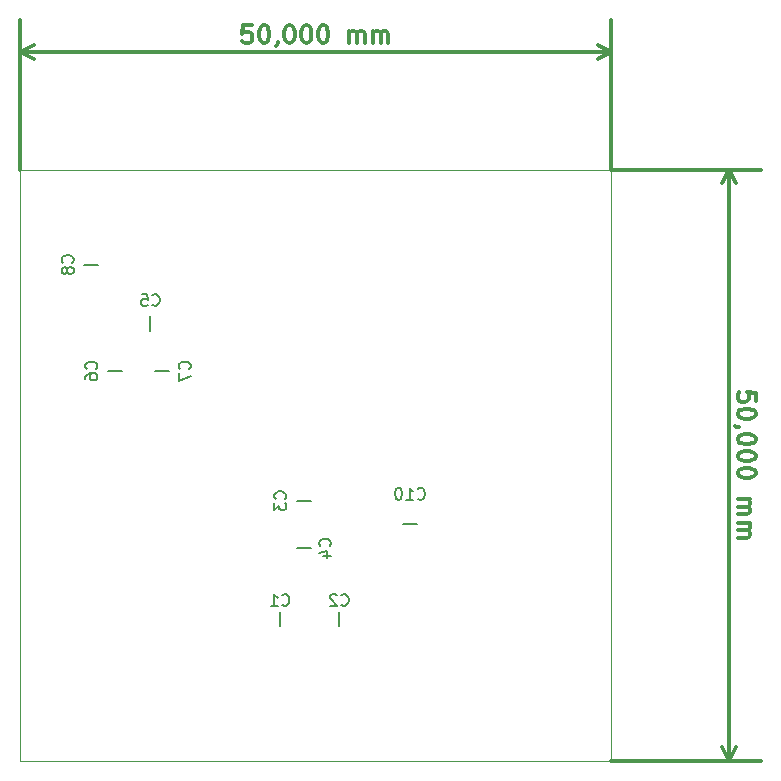
<source format=gbo>
G04 (created by PCBNEW (2013-07-07 BZR 4022)-stable) date 11/10/2013 16:08:40*
%MOIN*%
G04 Gerber Fmt 3.4, Leading zero omitted, Abs format*
%FSLAX34Y34*%
G01*
G70*
G90*
G04 APERTURE LIST*
%ADD10C,0.00590551*%
%ADD11C,0.011811*%
%ADD12C,0.00393701*%
G04 APERTURE END LIST*
G54D10*
G54D11*
X59938Y-39201D02*
X59938Y-38920D01*
X59656Y-38892D01*
X59685Y-38920D01*
X59713Y-38976D01*
X59713Y-39116D01*
X59685Y-39173D01*
X59656Y-39201D01*
X59600Y-39229D01*
X59460Y-39229D01*
X59403Y-39201D01*
X59375Y-39173D01*
X59347Y-39116D01*
X59347Y-38976D01*
X59375Y-38920D01*
X59403Y-38892D01*
X59938Y-39595D02*
X59938Y-39651D01*
X59910Y-39707D01*
X59881Y-39735D01*
X59825Y-39763D01*
X59713Y-39791D01*
X59572Y-39791D01*
X59460Y-39763D01*
X59403Y-39735D01*
X59375Y-39707D01*
X59347Y-39651D01*
X59347Y-39595D01*
X59375Y-39538D01*
X59403Y-39510D01*
X59460Y-39482D01*
X59572Y-39454D01*
X59713Y-39454D01*
X59825Y-39482D01*
X59881Y-39510D01*
X59910Y-39538D01*
X59938Y-39595D01*
X59375Y-40073D02*
X59347Y-40073D01*
X59291Y-40044D01*
X59263Y-40016D01*
X59938Y-40438D02*
X59938Y-40494D01*
X59910Y-40551D01*
X59881Y-40579D01*
X59825Y-40607D01*
X59713Y-40635D01*
X59572Y-40635D01*
X59460Y-40607D01*
X59403Y-40579D01*
X59375Y-40551D01*
X59347Y-40494D01*
X59347Y-40438D01*
X59375Y-40382D01*
X59403Y-40354D01*
X59460Y-40326D01*
X59572Y-40298D01*
X59713Y-40298D01*
X59825Y-40326D01*
X59881Y-40354D01*
X59910Y-40382D01*
X59938Y-40438D01*
X59938Y-41001D02*
X59938Y-41057D01*
X59910Y-41113D01*
X59881Y-41141D01*
X59825Y-41169D01*
X59713Y-41197D01*
X59572Y-41197D01*
X59460Y-41169D01*
X59403Y-41141D01*
X59375Y-41113D01*
X59347Y-41057D01*
X59347Y-41001D01*
X59375Y-40944D01*
X59403Y-40916D01*
X59460Y-40888D01*
X59572Y-40860D01*
X59713Y-40860D01*
X59825Y-40888D01*
X59881Y-40916D01*
X59910Y-40944D01*
X59938Y-41001D01*
X59938Y-41563D02*
X59938Y-41619D01*
X59910Y-41676D01*
X59881Y-41704D01*
X59825Y-41732D01*
X59713Y-41760D01*
X59572Y-41760D01*
X59460Y-41732D01*
X59403Y-41704D01*
X59375Y-41676D01*
X59347Y-41619D01*
X59347Y-41563D01*
X59375Y-41507D01*
X59403Y-41479D01*
X59460Y-41451D01*
X59572Y-41422D01*
X59713Y-41422D01*
X59825Y-41451D01*
X59881Y-41479D01*
X59910Y-41507D01*
X59938Y-41563D01*
X59347Y-42463D02*
X59741Y-42463D01*
X59685Y-42463D02*
X59713Y-42491D01*
X59741Y-42547D01*
X59741Y-42632D01*
X59713Y-42688D01*
X59656Y-42716D01*
X59347Y-42716D01*
X59656Y-42716D02*
X59713Y-42744D01*
X59741Y-42800D01*
X59741Y-42885D01*
X59713Y-42941D01*
X59656Y-42969D01*
X59347Y-42969D01*
X59347Y-43250D02*
X59741Y-43250D01*
X59685Y-43250D02*
X59713Y-43278D01*
X59741Y-43335D01*
X59741Y-43419D01*
X59713Y-43475D01*
X59656Y-43503D01*
X59347Y-43503D01*
X59656Y-43503D02*
X59713Y-43532D01*
X59741Y-43588D01*
X59741Y-43672D01*
X59713Y-43728D01*
X59656Y-43757D01*
X59347Y-43757D01*
X59055Y-31496D02*
X59055Y-51181D01*
X55118Y-31496D02*
X60118Y-31496D01*
X55118Y-51181D02*
X60118Y-51181D01*
X59055Y-51181D02*
X58824Y-50737D01*
X59055Y-51181D02*
X59285Y-50737D01*
X59055Y-31496D02*
X58824Y-31939D01*
X59055Y-31496D02*
X59285Y-31939D01*
X43138Y-26676D02*
X42857Y-26676D01*
X42829Y-26957D01*
X42857Y-26929D01*
X42913Y-26901D01*
X43053Y-26901D01*
X43110Y-26929D01*
X43138Y-26957D01*
X43166Y-27013D01*
X43166Y-27154D01*
X43138Y-27210D01*
X43110Y-27238D01*
X43053Y-27266D01*
X42913Y-27266D01*
X42857Y-27238D01*
X42829Y-27210D01*
X43532Y-26676D02*
X43588Y-26676D01*
X43644Y-26704D01*
X43672Y-26732D01*
X43700Y-26788D01*
X43728Y-26901D01*
X43728Y-27041D01*
X43700Y-27154D01*
X43672Y-27210D01*
X43644Y-27238D01*
X43588Y-27266D01*
X43532Y-27266D01*
X43475Y-27238D01*
X43447Y-27210D01*
X43419Y-27154D01*
X43391Y-27041D01*
X43391Y-26901D01*
X43419Y-26788D01*
X43447Y-26732D01*
X43475Y-26704D01*
X43532Y-26676D01*
X44010Y-27238D02*
X44010Y-27266D01*
X43982Y-27322D01*
X43953Y-27350D01*
X44375Y-26676D02*
X44431Y-26676D01*
X44488Y-26704D01*
X44516Y-26732D01*
X44544Y-26788D01*
X44572Y-26901D01*
X44572Y-27041D01*
X44544Y-27154D01*
X44516Y-27210D01*
X44488Y-27238D01*
X44431Y-27266D01*
X44375Y-27266D01*
X44319Y-27238D01*
X44291Y-27210D01*
X44263Y-27154D01*
X44235Y-27041D01*
X44235Y-26901D01*
X44263Y-26788D01*
X44291Y-26732D01*
X44319Y-26704D01*
X44375Y-26676D01*
X44938Y-26676D02*
X44994Y-26676D01*
X45050Y-26704D01*
X45078Y-26732D01*
X45106Y-26788D01*
X45134Y-26901D01*
X45134Y-27041D01*
X45106Y-27154D01*
X45078Y-27210D01*
X45050Y-27238D01*
X44994Y-27266D01*
X44938Y-27266D01*
X44881Y-27238D01*
X44853Y-27210D01*
X44825Y-27154D01*
X44797Y-27041D01*
X44797Y-26901D01*
X44825Y-26788D01*
X44853Y-26732D01*
X44881Y-26704D01*
X44938Y-26676D01*
X45500Y-26676D02*
X45556Y-26676D01*
X45613Y-26704D01*
X45641Y-26732D01*
X45669Y-26788D01*
X45697Y-26901D01*
X45697Y-27041D01*
X45669Y-27154D01*
X45641Y-27210D01*
X45613Y-27238D01*
X45556Y-27266D01*
X45500Y-27266D01*
X45444Y-27238D01*
X45416Y-27210D01*
X45388Y-27154D01*
X45359Y-27041D01*
X45359Y-26901D01*
X45388Y-26788D01*
X45416Y-26732D01*
X45444Y-26704D01*
X45500Y-26676D01*
X46400Y-27266D02*
X46400Y-26872D01*
X46400Y-26929D02*
X46428Y-26901D01*
X46484Y-26872D01*
X46569Y-26872D01*
X46625Y-26901D01*
X46653Y-26957D01*
X46653Y-27266D01*
X46653Y-26957D02*
X46681Y-26901D01*
X46737Y-26872D01*
X46822Y-26872D01*
X46878Y-26901D01*
X46906Y-26957D01*
X46906Y-27266D01*
X47187Y-27266D02*
X47187Y-26872D01*
X47187Y-26929D02*
X47215Y-26901D01*
X47272Y-26872D01*
X47356Y-26872D01*
X47412Y-26901D01*
X47440Y-26957D01*
X47440Y-27266D01*
X47440Y-26957D02*
X47469Y-26901D01*
X47525Y-26872D01*
X47609Y-26872D01*
X47665Y-26901D01*
X47694Y-26957D01*
X47694Y-27266D01*
X35433Y-27559D02*
X55118Y-27559D01*
X35433Y-31496D02*
X35433Y-26496D01*
X55118Y-31496D02*
X55118Y-26496D01*
X55118Y-27559D02*
X54674Y-27789D01*
X55118Y-27559D02*
X54674Y-27328D01*
X35433Y-27559D02*
X35876Y-27789D01*
X35433Y-27559D02*
X35876Y-27328D01*
G54D12*
X35433Y-51181D02*
X35433Y-31496D01*
X55118Y-51181D02*
X35433Y-51181D01*
X55118Y-31496D02*
X55118Y-51181D01*
X35433Y-31496D02*
X55118Y-31496D01*
G54D10*
X44094Y-46220D02*
X44094Y-46692D01*
X46062Y-46692D02*
X46062Y-46220D01*
X45118Y-42519D02*
X44645Y-42519D01*
X44645Y-44094D02*
X45118Y-44094D01*
X39763Y-36850D02*
X39763Y-36377D01*
X38818Y-38188D02*
X38346Y-38188D01*
X40393Y-38188D02*
X39921Y-38188D01*
X38031Y-34645D02*
X37559Y-34645D01*
X48661Y-43307D02*
X48188Y-43307D01*
X44160Y-45988D02*
X44178Y-46006D01*
X44235Y-46025D01*
X44272Y-46025D01*
X44328Y-46006D01*
X44366Y-45969D01*
X44385Y-45931D01*
X44403Y-45856D01*
X44403Y-45800D01*
X44385Y-45725D01*
X44366Y-45688D01*
X44328Y-45650D01*
X44272Y-45631D01*
X44235Y-45631D01*
X44178Y-45650D01*
X44160Y-45669D01*
X43785Y-46025D02*
X44010Y-46025D01*
X43897Y-46025D02*
X43897Y-45631D01*
X43935Y-45688D01*
X43972Y-45725D01*
X44010Y-45744D01*
X46128Y-45988D02*
X46147Y-46006D01*
X46203Y-46025D01*
X46241Y-46025D01*
X46297Y-46006D01*
X46334Y-45969D01*
X46353Y-45931D01*
X46372Y-45856D01*
X46372Y-45800D01*
X46353Y-45725D01*
X46334Y-45688D01*
X46297Y-45650D01*
X46241Y-45631D01*
X46203Y-45631D01*
X46147Y-45650D01*
X46128Y-45669D01*
X45978Y-45669D02*
X45959Y-45650D01*
X45922Y-45631D01*
X45828Y-45631D01*
X45791Y-45650D01*
X45772Y-45669D01*
X45753Y-45706D01*
X45753Y-45744D01*
X45772Y-45800D01*
X45997Y-46025D01*
X45753Y-46025D01*
X44255Y-42454D02*
X44274Y-42435D01*
X44293Y-42379D01*
X44293Y-42341D01*
X44274Y-42285D01*
X44236Y-42247D01*
X44199Y-42229D01*
X44124Y-42210D01*
X44068Y-42210D01*
X43993Y-42229D01*
X43955Y-42247D01*
X43918Y-42285D01*
X43899Y-42341D01*
X43899Y-42379D01*
X43918Y-42435D01*
X43937Y-42454D01*
X43899Y-42585D02*
X43899Y-42829D01*
X44049Y-42697D01*
X44049Y-42754D01*
X44068Y-42791D01*
X44086Y-42810D01*
X44124Y-42829D01*
X44218Y-42829D01*
X44255Y-42810D01*
X44274Y-42791D01*
X44293Y-42754D01*
X44293Y-42641D01*
X44274Y-42604D01*
X44255Y-42585D01*
X45751Y-44028D02*
X45770Y-44010D01*
X45789Y-43953D01*
X45789Y-43916D01*
X45770Y-43860D01*
X45733Y-43822D01*
X45695Y-43803D01*
X45620Y-43785D01*
X45564Y-43785D01*
X45489Y-43803D01*
X45451Y-43822D01*
X45414Y-43860D01*
X45395Y-43916D01*
X45395Y-43953D01*
X45414Y-44010D01*
X45433Y-44028D01*
X45526Y-44366D02*
X45789Y-44366D01*
X45376Y-44272D02*
X45658Y-44178D01*
X45658Y-44422D01*
X39829Y-35988D02*
X39848Y-36006D01*
X39904Y-36025D01*
X39941Y-36025D01*
X39998Y-36006D01*
X40035Y-35969D01*
X40054Y-35931D01*
X40073Y-35856D01*
X40073Y-35800D01*
X40054Y-35725D01*
X40035Y-35688D01*
X39998Y-35650D01*
X39941Y-35631D01*
X39904Y-35631D01*
X39848Y-35650D01*
X39829Y-35669D01*
X39473Y-35631D02*
X39660Y-35631D01*
X39679Y-35819D01*
X39660Y-35800D01*
X39623Y-35781D01*
X39529Y-35781D01*
X39491Y-35800D01*
X39473Y-35819D01*
X39454Y-35856D01*
X39454Y-35950D01*
X39473Y-35988D01*
X39491Y-36006D01*
X39529Y-36025D01*
X39623Y-36025D01*
X39660Y-36006D01*
X39679Y-35988D01*
X37956Y-38123D02*
X37975Y-38104D01*
X37994Y-38048D01*
X37994Y-38010D01*
X37975Y-37954D01*
X37937Y-37917D01*
X37900Y-37898D01*
X37825Y-37879D01*
X37769Y-37879D01*
X37694Y-37898D01*
X37656Y-37917D01*
X37619Y-37954D01*
X37600Y-38010D01*
X37600Y-38048D01*
X37619Y-38104D01*
X37637Y-38123D01*
X37600Y-38460D02*
X37600Y-38385D01*
X37619Y-38348D01*
X37637Y-38329D01*
X37694Y-38292D01*
X37769Y-38273D01*
X37919Y-38273D01*
X37956Y-38292D01*
X37975Y-38310D01*
X37994Y-38348D01*
X37994Y-38423D01*
X37975Y-38460D01*
X37956Y-38479D01*
X37919Y-38498D01*
X37825Y-38498D01*
X37787Y-38479D01*
X37769Y-38460D01*
X37750Y-38423D01*
X37750Y-38348D01*
X37769Y-38310D01*
X37787Y-38292D01*
X37825Y-38273D01*
X41066Y-38123D02*
X41085Y-38104D01*
X41104Y-38048D01*
X41104Y-38010D01*
X41085Y-37954D01*
X41047Y-37917D01*
X41010Y-37898D01*
X40935Y-37879D01*
X40879Y-37879D01*
X40804Y-37898D01*
X40766Y-37917D01*
X40729Y-37954D01*
X40710Y-38010D01*
X40710Y-38048D01*
X40729Y-38104D01*
X40748Y-38123D01*
X40710Y-38254D02*
X40710Y-38517D01*
X41104Y-38348D01*
X37169Y-34580D02*
X37187Y-34561D01*
X37206Y-34505D01*
X37206Y-34467D01*
X37187Y-34411D01*
X37150Y-34373D01*
X37112Y-34355D01*
X37037Y-34336D01*
X36981Y-34336D01*
X36906Y-34355D01*
X36869Y-34373D01*
X36831Y-34411D01*
X36812Y-34467D01*
X36812Y-34505D01*
X36831Y-34561D01*
X36850Y-34580D01*
X36981Y-34805D02*
X36962Y-34767D01*
X36944Y-34748D01*
X36906Y-34730D01*
X36887Y-34730D01*
X36850Y-34748D01*
X36831Y-34767D01*
X36812Y-34805D01*
X36812Y-34880D01*
X36831Y-34917D01*
X36850Y-34936D01*
X36887Y-34955D01*
X36906Y-34955D01*
X36944Y-34936D01*
X36962Y-34917D01*
X36981Y-34880D01*
X36981Y-34805D01*
X37000Y-34767D01*
X37019Y-34748D01*
X37056Y-34730D01*
X37131Y-34730D01*
X37169Y-34748D01*
X37187Y-34767D01*
X37206Y-34805D01*
X37206Y-34880D01*
X37187Y-34917D01*
X37169Y-34936D01*
X37131Y-34955D01*
X37056Y-34955D01*
X37019Y-34936D01*
X37000Y-34917D01*
X36981Y-34880D01*
X48678Y-42444D02*
X48697Y-42463D01*
X48753Y-42482D01*
X48790Y-42482D01*
X48847Y-42463D01*
X48884Y-42425D01*
X48903Y-42388D01*
X48922Y-42313D01*
X48922Y-42257D01*
X48903Y-42182D01*
X48884Y-42144D01*
X48847Y-42107D01*
X48790Y-42088D01*
X48753Y-42088D01*
X48697Y-42107D01*
X48678Y-42125D01*
X48303Y-42482D02*
X48528Y-42482D01*
X48415Y-42482D02*
X48415Y-42088D01*
X48453Y-42144D01*
X48490Y-42182D01*
X48528Y-42200D01*
X48059Y-42088D02*
X48022Y-42088D01*
X47984Y-42107D01*
X47965Y-42125D01*
X47947Y-42163D01*
X47928Y-42238D01*
X47928Y-42332D01*
X47947Y-42407D01*
X47965Y-42444D01*
X47984Y-42463D01*
X48022Y-42482D01*
X48059Y-42482D01*
X48097Y-42463D01*
X48115Y-42444D01*
X48134Y-42407D01*
X48153Y-42332D01*
X48153Y-42238D01*
X48134Y-42163D01*
X48115Y-42125D01*
X48097Y-42107D01*
X48059Y-42088D01*
M02*

</source>
